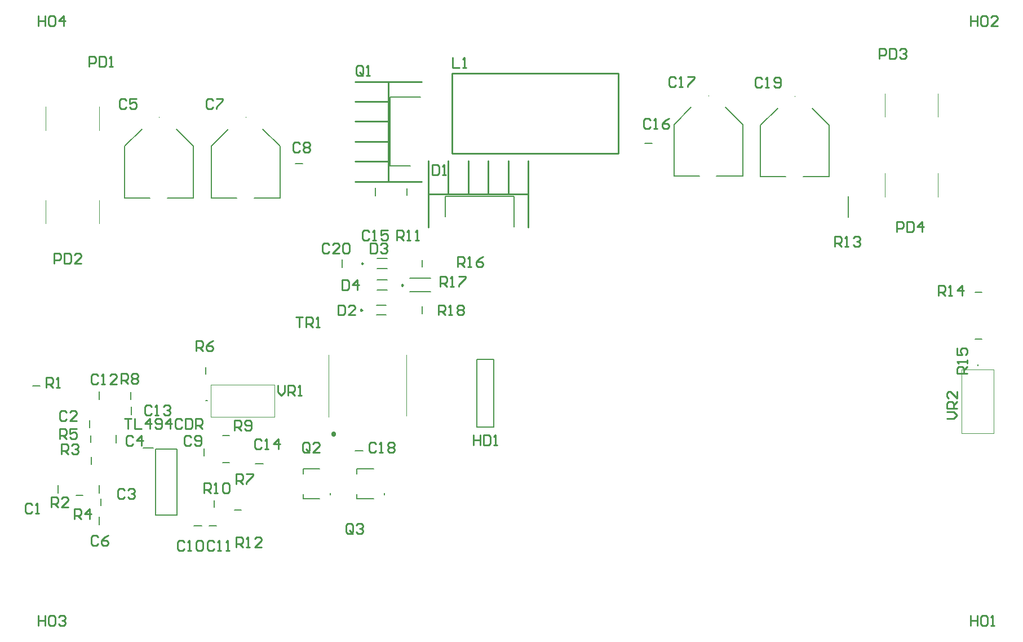
<source format=gto>
G04 Layer_Color=65535*
%FSAX23Y23*%
%MOIN*%
G70*
G01*
G75*
%ADD50C,0.008*%
%ADD51C,0.010*%
%ADD52C,0.028*%
%ADD53C,0.004*%
%ADD54C,0.010*%
G54D50*
X02121Y02655D02*
X02113D01*
X02121D01*
X02850Y02107D02*
Y02099D01*
Y02107D01*
X03168D02*
Y02099D01*
Y02107D01*
X06679Y02861D02*
Y02869D01*
Y02861D01*
X01090Y02743D02*
X01131D01*
X02164Y02024D02*
Y02065D01*
X03716Y02497D02*
X03816D01*
X03716D02*
Y02897D01*
X03816Y02497D02*
Y02897D01*
X03716D02*
X03816D01*
X02212Y02448D02*
X02253D01*
X02212Y02288D02*
X02253D01*
X02104Y02327D02*
Y02372D01*
X02114Y02811D02*
Y02852D01*
X01815Y02367D02*
X01941D01*
Y01977D02*
Y02367D01*
X01815Y01977D02*
X01941D01*
X01815D02*
Y02367D01*
X01741Y02374D02*
X01801D01*
X01671Y02573D02*
Y02618D01*
X02131Y01916D02*
X02176D01*
X02281Y02007D02*
X02322D01*
X02997Y02359D02*
X03042D01*
X02042Y01916D02*
X02088D01*
X02919Y03443D02*
Y03488D01*
X03528Y03741D02*
X03528Y03862D01*
X03937D01*
X03937Y03681D01*
X03126Y03495D02*
X03185D01*
X03126Y03436D02*
X03185D01*
X03126Y03308D02*
X03185D01*
X03126Y03367D02*
X03185D01*
X03121Y03220D02*
X03180D01*
X03121Y03161D02*
X03180D01*
X03392Y03169D02*
Y03211D01*
Y03445D02*
Y03486D01*
X03319Y03377D02*
X03441D01*
X03319Y03298D02*
X03441D01*
X02688Y02251D02*
X02787D01*
X02688Y02222D02*
Y02251D01*
Y02074D02*
Y02103D01*
Y02074D02*
X02787D01*
X03007Y02251D02*
X03105D01*
X03007Y02222D02*
Y02251D01*
Y02074D02*
Y02103D01*
Y02074D02*
X03105D01*
X01583Y02406D02*
Y02451D01*
X01484Y01923D02*
Y01969D01*
X01484Y02110D02*
Y02156D01*
X01494Y02034D02*
Y02075D01*
X01238Y02110D02*
Y02156D01*
X01346Y02094D02*
X01387D01*
X01425Y02494D02*
Y02539D01*
X01435Y02280D02*
Y02321D01*
X01433Y02408D02*
Y02449D01*
X03204Y04449D02*
X03384D01*
X03204Y04041D02*
Y04449D01*
Y04041D02*
X03323D01*
X02146Y03853D02*
Y04158D01*
X02247Y04259D01*
X02450D02*
X02551Y04158D01*
Y03853D02*
Y04158D01*
X02398Y03853D02*
X02551D01*
X02146D02*
X02295D01*
X02146D02*
Y03867D01*
X01634Y03853D02*
Y04158D01*
X01735Y04259D01*
X01938D02*
X02040Y04158D01*
Y03853D02*
Y04158D01*
X01886Y03853D02*
X02040D01*
X01634D02*
X01784D01*
X01634D02*
Y03867D01*
X05394Y03977D02*
Y04282D01*
X05495Y04383D01*
X05698D02*
X05799Y04282D01*
Y03977D02*
Y04282D01*
X05646Y03977D02*
X05799D01*
X05394D02*
X05543D01*
X05394D02*
Y03991D01*
X04882Y03981D02*
Y04286D01*
X04983Y04387D01*
X05186D02*
X05288Y04286D01*
Y03981D02*
Y04286D01*
X05134Y03981D02*
X05288D01*
X04882D02*
X05032D01*
X04882D02*
Y03995D01*
X04708Y04174D02*
X04753D01*
X01484Y02661D02*
Y02707D01*
X01669Y02663D02*
Y02705D01*
X02407Y02281D02*
X02452D01*
X05912Y03739D02*
Y03861D01*
X02641Y04056D02*
X02686D01*
X03303Y03868D02*
Y03910D01*
X03116Y03866D02*
Y03911D01*
X06662Y03295D02*
X06704D01*
X06663Y03019D02*
X06704D01*
G54D51*
X03042Y03466D02*
X03035Y03470D01*
Y03461D01*
X03042Y03466D01*
X03279Y03338D02*
X03271Y03342D01*
Y03333D01*
X03279Y03338D01*
X03038Y03190D02*
X03030Y03194D01*
Y03186D01*
X03038Y03190D01*
G54D52*
X02868Y02456D02*
Y02460D01*
Y02456D01*
G54D53*
X02349Y04332D02*
Y04328D01*
Y04332D01*
X01837D02*
Y04328D01*
Y04332D01*
X05597Y04456D02*
Y04452D01*
Y04456D01*
X05085Y04460D02*
Y04456D01*
Y04460D01*
X02518Y02749D02*
X02518Y02559D01*
X02143Y02749D02*
X02518D01*
X02143D02*
X02143Y02559D01*
X02518D01*
X03299Y02566D02*
Y02926D01*
X02839Y02560D02*
Y02926D01*
X06584Y02463D02*
X06774Y02463D01*
Y02838D01*
X06584Y02838D02*
X06774Y02838D01*
X06584Y02463D02*
Y02838D01*
X01167Y03702D02*
Y03840D01*
X01482Y03702D02*
Y03840D01*
X01167Y04253D02*
Y04391D01*
X01482Y04253D02*
Y04391D01*
X06128Y04332D02*
Y04470D01*
X06443Y04332D02*
Y04470D01*
X06128Y03859D02*
Y03997D01*
X06443Y03859D02*
Y03997D01*
G54D54*
X03429Y03875D02*
X04020D01*
X03429Y03678D02*
Y04072D01*
X04020Y03678D02*
Y04072D01*
X03547Y03875D02*
Y04072D01*
X03666Y03875D02*
Y04072D01*
X03784Y03875D02*
X03784Y04072D01*
X03902Y03875D02*
Y04072D01*
X02996Y04422D02*
X03193D01*
X02996Y04304D02*
X03193Y04304D01*
X02996Y04186D02*
X03193D01*
X02996Y04068D02*
X03193D01*
X02996Y04540D02*
X03390D01*
X02996Y03949D02*
X03390D01*
X03193Y03949D02*
Y04540D01*
X03569Y04588D02*
X04553D01*
X03569Y04115D02*
X04553D01*
X03569D02*
Y04588D01*
X04553Y04115D02*
Y04588D01*
X06497Y02550D02*
X06537D01*
X06557Y02570D01*
X06537Y02590D01*
X06497D01*
X06557Y02610D02*
X06497D01*
Y02640D01*
X06507Y02650D01*
X06527D01*
X06537Y02640D01*
Y02610D01*
Y02630D02*
X06557Y02650D01*
Y02710D02*
Y02670D01*
X06517Y02710D01*
X06507D01*
X06497Y02700D01*
Y02680D01*
X06507Y02670D01*
X02538Y02744D02*
Y02704D01*
X02558Y02684D01*
X02578Y02704D01*
Y02744D01*
X02598Y02684D02*
Y02744D01*
X02628D01*
X02638Y02734D01*
Y02714D01*
X02628Y02704D01*
X02598D01*
X02618D02*
X02638Y02684D01*
X02658D02*
X02678D01*
X02668D01*
Y02744D01*
X02658Y02734D01*
X02646Y03148D02*
X02686D01*
X02666D01*
Y03088D01*
X02706D02*
Y03148D01*
X02736D01*
X02746Y03138D01*
Y03118D01*
X02736Y03108D01*
X02706D01*
X02726D02*
X02746Y03088D01*
X02766D02*
X02786D01*
X02776D01*
Y03148D01*
X02766Y03138D01*
X01632Y02547D02*
X01672D01*
X01652D01*
Y02487D01*
X01692Y02547D02*
Y02487D01*
X01732D01*
X01782D02*
Y02547D01*
X01752Y02517D01*
X01792D01*
X01812Y02497D02*
X01822Y02487D01*
X01842D01*
X01852Y02497D01*
Y02537D01*
X01842Y02547D01*
X01822D01*
X01812Y02537D01*
Y02527D01*
X01822Y02517D01*
X01852D01*
X01902Y02487D02*
Y02547D01*
X01872Y02517D01*
X01912D01*
X01972Y02537D02*
X01962Y02547D01*
X01942D01*
X01932Y02537D01*
Y02497D01*
X01942Y02487D01*
X01962D01*
X01972Y02497D01*
X01992Y02547D02*
Y02487D01*
X02022D01*
X02032Y02497D01*
Y02537D01*
X02022Y02547D01*
X01992D01*
X02052Y02487D02*
Y02547D01*
X02082D01*
X02092Y02537D01*
Y02517D01*
X02082Y02507D01*
X02052D01*
X02072D02*
X02092Y02487D01*
X03490Y03161D02*
Y03220D01*
X03520D01*
X03530Y03210D01*
Y03191D01*
X03520Y03181D01*
X03490D01*
X03510D02*
X03530Y03161D01*
X03550D02*
X03570D01*
X03560D01*
Y03220D01*
X03550Y03210D01*
X03600D02*
X03610Y03220D01*
X03630D01*
X03640Y03210D01*
Y03200D01*
X03630Y03191D01*
X03640Y03181D01*
Y03171D01*
X03630Y03161D01*
X03610D01*
X03600Y03171D01*
Y03181D01*
X03610Y03191D01*
X03600Y03200D01*
Y03210D01*
X03610Y03191D02*
X03630D01*
X03500Y03328D02*
Y03388D01*
X03530D01*
X03540Y03378D01*
Y03358D01*
X03530Y03348D01*
X03500D01*
X03520D02*
X03540Y03328D01*
X03560D02*
X03580D01*
X03570D01*
Y03388D01*
X03560Y03378D01*
X03610Y03388D02*
X03650D01*
Y03378D01*
X03610Y03338D01*
Y03328D01*
X03604Y03446D02*
Y03506D01*
X03634D01*
X03644Y03496D01*
Y03476D01*
X03634Y03466D01*
X03604D01*
X03624D02*
X03644Y03446D01*
X03664D02*
X03684D01*
X03674D01*
Y03506D01*
X03664Y03496D01*
X03754Y03506D02*
X03734Y03496D01*
X03714Y03476D01*
Y03456D01*
X03724Y03446D01*
X03744D01*
X03754Y03456D01*
Y03466D01*
X03744Y03476D01*
X03714D01*
X06616Y02814D02*
X06556D01*
Y02844D01*
X06566Y02854D01*
X06586D01*
X06596Y02844D01*
Y02814D01*
Y02834D02*
X06616Y02854D01*
Y02874D02*
Y02894D01*
Y02884D01*
X06556D01*
X06566Y02874D01*
X06556Y02964D02*
Y02924D01*
X06586D01*
X06576Y02944D01*
Y02954D01*
X06586Y02964D01*
X06606D01*
X06616Y02954D01*
Y02934D01*
X06606Y02924D01*
X06447Y03275D02*
Y03335D01*
X06477D01*
X06487Y03325D01*
Y03305D01*
X06477Y03295D01*
X06447D01*
X06467D02*
X06487Y03275D01*
X06507D02*
X06527D01*
X06517D01*
Y03335D01*
X06507Y03325D01*
X06587Y03275D02*
Y03335D01*
X06557Y03305D01*
X06597D01*
X05831Y03564D02*
Y03624D01*
X05861D01*
X05871Y03614D01*
Y03594D01*
X05861Y03584D01*
X05831D01*
X05851D02*
X05871Y03564D01*
X05891D02*
X05911D01*
X05901D01*
Y03624D01*
X05891Y03614D01*
X05941D02*
X05951Y03624D01*
X05971D01*
X05981Y03614D01*
Y03604D01*
X05971Y03594D01*
X05961D01*
X05971D01*
X05981Y03584D01*
Y03574D01*
X05971Y03564D01*
X05951D01*
X05941Y03574D01*
X02291Y01788D02*
Y01848D01*
X02321D01*
X02331Y01838D01*
Y01818D01*
X02321Y01808D01*
X02291D01*
X02311D02*
X02331Y01788D01*
X02351D02*
X02371D01*
X02361D01*
Y01848D01*
X02351Y01838D01*
X02441Y01788D02*
X02401D01*
X02441Y01828D01*
Y01838D01*
X02431Y01848D01*
X02411D01*
X02401Y01838D01*
X03244Y03603D02*
Y03663D01*
X03274D01*
X03284Y03653D01*
Y03633D01*
X03274Y03623D01*
X03244D01*
X03264D02*
X03284Y03603D01*
X03304D02*
X03324D01*
X03314D01*
Y03663D01*
X03304Y03653D01*
X03354Y03603D02*
X03374D01*
X03364D01*
Y03663D01*
X03354Y03653D01*
X02104Y02107D02*
Y02167D01*
X02134D01*
X02144Y02157D01*
Y02137D01*
X02134Y02127D01*
X02104D01*
X02124D02*
X02144Y02107D01*
X02164D02*
X02184D01*
X02174D01*
Y02167D01*
X02164Y02157D01*
X02214D02*
X02224Y02167D01*
X02244D01*
X02254Y02157D01*
Y02117D01*
X02244Y02107D01*
X02224D01*
X02214Y02117D01*
Y02157D01*
X02282Y02477D02*
Y02537D01*
X02312D01*
X02322Y02527D01*
Y02507D01*
X02312Y02497D01*
X02282D01*
X02302D02*
X02322Y02477D01*
X02342Y02487D02*
X02352Y02477D01*
X02372D01*
X02382Y02487D01*
Y02527D01*
X02372Y02537D01*
X02352D01*
X02342Y02527D01*
Y02517D01*
X02352Y02507D01*
X02382D01*
X01611Y02755D02*
Y02815D01*
X01641D01*
X01651Y02805D01*
Y02785D01*
X01641Y02775D01*
X01611D01*
X01631D02*
X01651Y02755D01*
X01671Y02805D02*
X01681Y02815D01*
X01701D01*
X01711Y02805D01*
Y02795D01*
X01701Y02785D01*
X01711Y02775D01*
Y02765D01*
X01701Y02755D01*
X01681D01*
X01671Y02765D01*
Y02775D01*
X01681Y02785D01*
X01671Y02795D01*
Y02805D01*
X01681Y02785D02*
X01701D01*
X02291Y02162D02*
Y02222D01*
X02321D01*
X02331Y02212D01*
Y02192D01*
X02321Y02182D01*
X02291D01*
X02311D02*
X02331Y02162D01*
X02351Y02222D02*
X02391D01*
Y02212D01*
X02351Y02172D01*
Y02162D01*
X02055Y02950D02*
Y03010D01*
X02085D01*
X02095Y03000D01*
Y02980D01*
X02085Y02970D01*
X02055D01*
X02075D02*
X02095Y02950D01*
X02155Y03010D02*
X02135Y03000D01*
X02115Y02980D01*
Y02960D01*
X02125Y02950D01*
X02145D01*
X02155Y02960D01*
Y02970D01*
X02145Y02980D01*
X02115D01*
X01248Y02428D02*
Y02488D01*
X01278D01*
X01288Y02478D01*
Y02458D01*
X01278Y02448D01*
X01248D01*
X01268D02*
X01288Y02428D01*
X01348Y02488D02*
X01308D01*
Y02458D01*
X01328Y02468D01*
X01338D01*
X01348Y02458D01*
Y02438D01*
X01338Y02428D01*
X01318D01*
X01308Y02438D01*
X01337Y01956D02*
Y02016D01*
X01367D01*
X01377Y02006D01*
Y01986D01*
X01367Y01976D01*
X01337D01*
X01357D02*
X01377Y01956D01*
X01427D02*
Y02016D01*
X01397Y01986D01*
X01437D01*
X01258Y02340D02*
Y02400D01*
X01288D01*
X01298Y02390D01*
Y02370D01*
X01288Y02360D01*
X01258D01*
X01278D02*
X01298Y02340D01*
X01318Y02390D02*
X01328Y02400D01*
X01348D01*
X01358Y02390D01*
Y02380D01*
X01348Y02370D01*
X01338D01*
X01348D01*
X01358Y02360D01*
Y02350D01*
X01348Y02340D01*
X01328D01*
X01318Y02350D01*
X01199Y02025D02*
Y02085D01*
X01229D01*
X01239Y02075D01*
Y02055D01*
X01229Y02045D01*
X01199D01*
X01219D02*
X01239Y02025D01*
X01299D02*
X01259D01*
X01299Y02065D01*
Y02075D01*
X01289Y02085D01*
X01269D01*
X01259Y02075D01*
X01169Y02733D02*
Y02793D01*
X01199D01*
X01209Y02783D01*
Y02763D01*
X01199Y02753D01*
X01169D01*
X01189D02*
X01209Y02733D01*
X01229D02*
X01249D01*
X01239D01*
Y02793D01*
X01229Y02783D01*
X02981Y01877D02*
Y01917D01*
X02971Y01927D01*
X02951D01*
X02941Y01917D01*
Y01877D01*
X02951Y01867D01*
X02971D01*
X02961Y01887D02*
X02981Y01867D01*
X02971D02*
X02981Y01877D01*
X03001Y01917D02*
X03011Y01927D01*
X03031D01*
X03041Y01917D01*
Y01907D01*
X03031Y01897D01*
X03021D01*
X03031D01*
X03041Y01887D01*
Y01877D01*
X03031Y01867D01*
X03011D01*
X03001Y01877D01*
X02725Y02359D02*
Y02399D01*
X02715Y02409D01*
X02695D01*
X02685Y02399D01*
Y02359D01*
X02695Y02349D01*
X02715D01*
X02705Y02369D02*
X02725Y02349D01*
X02715D02*
X02725Y02359D01*
X02785Y02349D02*
X02745D01*
X02785Y02389D01*
Y02399D01*
X02775Y02409D01*
X02755D01*
X02745Y02399D01*
X03041Y04585D02*
Y04625D01*
X03031Y04635D01*
X03011D01*
X03001Y04625D01*
Y04585D01*
X03011Y04575D01*
X03031D01*
X03021Y04595D02*
X03041Y04575D01*
X03031D02*
X03041Y04585D01*
X03061Y04575D02*
X03081D01*
X03071D01*
Y04635D01*
X03061Y04625D01*
X06199Y03651D02*
Y03711D01*
X06229D01*
X06239Y03701D01*
Y03681D01*
X06229Y03671D01*
X06199D01*
X06259Y03711D02*
Y03651D01*
X06289D01*
X06299Y03661D01*
Y03701D01*
X06289Y03711D01*
X06259D01*
X06349Y03651D02*
Y03711D01*
X06319Y03681D01*
X06359D01*
X06097Y04676D02*
Y04736D01*
X06127D01*
X06137Y04726D01*
Y04706D01*
X06127Y04696D01*
X06097D01*
X06157Y04736D02*
Y04676D01*
X06187D01*
X06197Y04686D01*
Y04726D01*
X06187Y04736D01*
X06157D01*
X06217Y04726D02*
X06227Y04736D01*
X06247D01*
X06257Y04726D01*
Y04716D01*
X06247Y04706D01*
X06237D01*
X06247D01*
X06257Y04696D01*
Y04686D01*
X06247Y04676D01*
X06227D01*
X06217Y04686D01*
X03574Y04683D02*
Y04623D01*
X03614D01*
X03634D02*
X03654D01*
X03644D01*
Y04683D01*
X03634Y04673D01*
X01124Y04928D02*
Y04868D01*
Y04898D01*
X01164D01*
Y04928D01*
Y04868D01*
X01214Y04928D02*
X01194D01*
X01184Y04918D01*
Y04878D01*
X01194Y04868D01*
X01214D01*
X01224Y04878D01*
Y04918D01*
X01214Y04928D01*
X01274Y04868D02*
Y04928D01*
X01244Y04898D01*
X01284D01*
X01124Y01384D02*
Y01324D01*
Y01354D01*
X01164D01*
Y01384D01*
Y01324D01*
X01214Y01384D02*
X01194D01*
X01184Y01374D01*
Y01334D01*
X01194Y01324D01*
X01214D01*
X01224Y01334D01*
Y01374D01*
X01214Y01384D01*
X01244Y01374D02*
X01254Y01384D01*
X01274D01*
X01284Y01374D01*
Y01364D01*
X01274Y01354D01*
X01264D01*
X01274D01*
X01284Y01344D01*
Y01334D01*
X01274Y01324D01*
X01254D01*
X01244Y01334D01*
X06636Y04928D02*
Y04868D01*
Y04898D01*
X06676D01*
Y04928D01*
Y04868D01*
X06726Y04928D02*
X06706D01*
X06696Y04918D01*
Y04878D01*
X06706Y04868D01*
X06726D01*
X06736Y04878D01*
Y04918D01*
X06726Y04928D01*
X06796Y04868D02*
X06756D01*
X06796Y04908D01*
Y04918D01*
X06786Y04928D01*
X06766D01*
X06756Y04918D01*
X06636Y01384D02*
Y01324D01*
Y01354D01*
X06676D01*
Y01384D01*
Y01324D01*
X06726Y01384D02*
X06706D01*
X06696Y01374D01*
Y01334D01*
X06706Y01324D01*
X06726D01*
X06736Y01334D01*
Y01374D01*
X06726Y01384D01*
X06756Y01324D02*
X06776D01*
X06766D01*
Y01384D01*
X06756Y01374D01*
X03697Y02451D02*
Y02391D01*
Y02421D01*
X03737D01*
Y02451D01*
Y02391D01*
X03757Y02451D02*
Y02391D01*
X03787D01*
X03797Y02401D01*
Y02441D01*
X03787Y02451D01*
X03757D01*
X03817Y02391D02*
X03837D01*
X03827D01*
Y02451D01*
X03817Y02441D01*
X02919Y03368D02*
Y03308D01*
X02949D01*
X02959Y03318D01*
Y03358D01*
X02949Y03368D01*
X02919D01*
X03009Y03308D02*
Y03368D01*
X02979Y03338D01*
X03019D01*
X03087Y03585D02*
Y03525D01*
X03117D01*
X03127Y03535D01*
Y03575D01*
X03117Y03585D01*
X03087D01*
X03147Y03575D02*
X03157Y03585D01*
X03177D01*
X03187Y03575D01*
Y03565D01*
X03177Y03555D01*
X03167D01*
X03177D01*
X03187Y03545D01*
Y03535D01*
X03177Y03525D01*
X03157D01*
X03147Y03535D01*
X02895Y03220D02*
Y03161D01*
X02925D01*
X02935Y03171D01*
Y03210D01*
X02925Y03220D01*
X02895D01*
X02995Y03161D02*
X02955D01*
X02995Y03200D01*
Y03210D01*
X02985Y03220D01*
X02965D01*
X02955Y03210D01*
X03451Y04047D02*
Y03987D01*
X03481D01*
X03491Y03997D01*
Y04037D01*
X03481Y04047D01*
X03451D01*
X03511Y03987D02*
X03531D01*
X03521D01*
Y04047D01*
X03511Y04037D01*
X02841Y03575D02*
X02831Y03585D01*
X02811D01*
X02801Y03575D01*
Y03535D01*
X02811Y03525D01*
X02831D01*
X02841Y03535D01*
X02901Y03525D02*
X02861D01*
X02901Y03565D01*
Y03575D01*
X02891Y03585D01*
X02871D01*
X02861Y03575D01*
X02921D02*
X02931Y03585D01*
X02951D01*
X02961Y03575D01*
Y03535D01*
X02951Y03525D01*
X02931D01*
X02921Y03535D01*
Y03575D01*
X05403Y04554D02*
X05393Y04564D01*
X05373D01*
X05363Y04554D01*
Y04514D01*
X05373Y04504D01*
X05393D01*
X05403Y04514D01*
X05423Y04504D02*
X05443D01*
X05433D01*
Y04564D01*
X05423Y04554D01*
X05473Y04514D02*
X05483Y04504D01*
X05503D01*
X05513Y04514D01*
Y04554D01*
X05503Y04564D01*
X05483D01*
X05473Y04554D01*
Y04544D01*
X05483Y04534D01*
X05513D01*
X03119Y02399D02*
X03109Y02409D01*
X03089D01*
X03079Y02399D01*
Y02359D01*
X03089Y02349D01*
X03109D01*
X03119Y02359D01*
X03139Y02349D02*
X03159D01*
X03149D01*
Y02409D01*
X03139Y02399D01*
X03189D02*
X03199Y02409D01*
X03219D01*
X03229Y02399D01*
Y02389D01*
X03219Y02379D01*
X03229Y02369D01*
Y02359D01*
X03219Y02349D01*
X03199D01*
X03189Y02359D01*
Y02369D01*
X03199Y02379D01*
X03189Y02389D01*
Y02399D01*
X03199Y02379D02*
X03219D01*
X04891Y04558D02*
X04881Y04568D01*
X04861D01*
X04851Y04558D01*
Y04518D01*
X04861Y04508D01*
X04881D01*
X04891Y04518D01*
X04911Y04508D02*
X04931D01*
X04921D01*
Y04568D01*
X04911Y04558D01*
X04961Y04568D02*
X05001D01*
Y04558D01*
X04961Y04518D01*
Y04508D01*
X04744Y04313D02*
X04734Y04323D01*
X04714D01*
X04704Y04313D01*
Y04273D01*
X04714Y04263D01*
X04734D01*
X04744Y04273D01*
X04764Y04263D02*
X04784D01*
X04774D01*
Y04323D01*
X04764Y04313D01*
X04854Y04323D02*
X04834Y04313D01*
X04814Y04293D01*
Y04273D01*
X04824Y04263D01*
X04844D01*
X04854Y04273D01*
Y04283D01*
X04844Y04293D01*
X04814D01*
X03078Y03653D02*
X03068Y03663D01*
X03048D01*
X03038Y03653D01*
Y03613D01*
X03048Y03603D01*
X03068D01*
X03078Y03613D01*
X03098Y03603D02*
X03118D01*
X03108D01*
Y03663D01*
X03098Y03653D01*
X03188Y03663D02*
X03148D01*
Y03633D01*
X03168Y03643D01*
X03178D01*
X03188Y03633D01*
Y03613D01*
X03178Y03603D01*
X03158D01*
X03148Y03613D01*
X02443Y02419D02*
X02433Y02429D01*
X02413D01*
X02403Y02419D01*
Y02379D01*
X02413Y02369D01*
X02433D01*
X02443Y02379D01*
X02463Y02369D02*
X02483D01*
X02473D01*
Y02429D01*
X02463Y02419D01*
X02543Y02369D02*
Y02429D01*
X02513Y02399D01*
X02553D01*
X01794Y02618D02*
X01784Y02628D01*
X01764D01*
X01754Y02618D01*
Y02578D01*
X01764Y02568D01*
X01784D01*
X01794Y02578D01*
X01814Y02568D02*
X01834D01*
X01824D01*
Y02628D01*
X01814Y02618D01*
X01864D02*
X01874Y02628D01*
X01894D01*
X01904Y02618D01*
Y02608D01*
X01894Y02598D01*
X01884D01*
X01894D01*
X01904Y02588D01*
Y02578D01*
X01894Y02568D01*
X01874D01*
X01864Y02578D01*
X01476Y02801D02*
X01466Y02811D01*
X01446D01*
X01436Y02801D01*
Y02761D01*
X01446Y02751D01*
X01466D01*
X01476Y02761D01*
X01496Y02751D02*
X01516D01*
X01506D01*
Y02811D01*
X01496Y02801D01*
X01586Y02751D02*
X01546D01*
X01586Y02791D01*
Y02801D01*
X01576Y02811D01*
X01556D01*
X01546Y02801D01*
X02164Y01819D02*
X02154Y01829D01*
X02134D01*
X02124Y01819D01*
Y01779D01*
X02134Y01769D01*
X02154D01*
X02164Y01779D01*
X02184Y01769D02*
X02204D01*
X02194D01*
Y01829D01*
X02184Y01819D01*
X02234Y01769D02*
X02254D01*
X02244D01*
Y01829D01*
X02234Y01819D01*
X01987D02*
X01977Y01829D01*
X01957D01*
X01947Y01819D01*
Y01779D01*
X01957Y01769D01*
X01977D01*
X01987Y01779D01*
X02007Y01769D02*
X02027D01*
X02017D01*
Y01829D01*
X02007Y01819D01*
X02057D02*
X02067Y01829D01*
X02087D01*
X02097Y01819D01*
Y01779D01*
X02087Y01769D01*
X02067D01*
X02057Y01779D01*
Y01819D01*
X02026Y02439D02*
X02016Y02449D01*
X01996D01*
X01986Y02439D01*
Y02399D01*
X01996Y02389D01*
X02016D01*
X02026Y02399D01*
X02046D02*
X02056Y02389D01*
X02076D01*
X02086Y02399D01*
Y02439D01*
X02076Y02449D01*
X02056D01*
X02046Y02439D01*
Y02429D01*
X02056Y02419D01*
X02086D01*
X02668Y04173D02*
X02658Y04183D01*
X02638D01*
X02628Y04173D01*
Y04133D01*
X02638Y04123D01*
X02658D01*
X02668Y04133D01*
X02688Y04173D02*
X02698Y04183D01*
X02718D01*
X02728Y04173D01*
Y04163D01*
X02718Y04153D01*
X02728Y04143D01*
Y04133D01*
X02718Y04123D01*
X02698D01*
X02688Y04133D01*
Y04143D01*
X02698Y04153D01*
X02688Y04163D01*
Y04173D01*
X02698Y04153D02*
X02718D01*
X02155Y04430D02*
X02145Y04440D01*
X02125D01*
X02115Y04430D01*
Y04390D01*
X02125Y04380D01*
X02145D01*
X02155Y04390D01*
X02175Y04440D02*
X02214D01*
Y04430D01*
X02175Y04390D01*
Y04380D01*
X01475Y01848D02*
X01465Y01858D01*
X01445D01*
X01435Y01848D01*
Y01808D01*
X01445Y01798D01*
X01465D01*
X01475Y01808D01*
X01535Y01858D02*
X01515Y01848D01*
X01495Y01828D01*
Y01808D01*
X01505Y01798D01*
X01525D01*
X01535Y01808D01*
Y01818D01*
X01525Y01828D01*
X01495D01*
X01643Y04430D02*
X01633Y04440D01*
X01613D01*
X01603Y04430D01*
Y04390D01*
X01613Y04380D01*
X01633D01*
X01643Y04390D01*
X01703Y04440D02*
X01663D01*
Y04410D01*
X01683Y04420D01*
X01693D01*
X01703Y04410D01*
Y04390D01*
X01693Y04380D01*
X01673D01*
X01663Y04390D01*
X01682Y02439D02*
X01672Y02449D01*
X01652D01*
X01642Y02439D01*
Y02399D01*
X01652Y02389D01*
X01672D01*
X01682Y02399D01*
X01732Y02389D02*
Y02449D01*
X01702Y02419D01*
X01742D01*
X01633Y02124D02*
X01623Y02134D01*
X01603D01*
X01593Y02124D01*
Y02084D01*
X01603Y02074D01*
X01623D01*
X01633Y02084D01*
X01653Y02124D02*
X01663Y02134D01*
X01683D01*
X01693Y02124D01*
Y02114D01*
X01683Y02104D01*
X01673D01*
X01683D01*
X01693Y02094D01*
Y02084D01*
X01683Y02074D01*
X01663D01*
X01653Y02084D01*
X01288Y02586D02*
X01278Y02596D01*
X01258D01*
X01248Y02586D01*
Y02546D01*
X01258Y02536D01*
X01278D01*
X01288Y02546D01*
X01348Y02536D02*
X01308D01*
X01348Y02576D01*
Y02586D01*
X01338Y02596D01*
X01318D01*
X01308Y02586D01*
X01085Y02039D02*
X01075Y02049D01*
X01055D01*
X01045Y02039D01*
Y01999D01*
X01055Y01989D01*
X01075D01*
X01085Y01999D01*
X01105Y01989D02*
X01125D01*
X01115D01*
Y02049D01*
X01105Y02039D01*
X01215Y03466D02*
Y03526D01*
X01245D01*
X01255Y03516D01*
Y03496D01*
X01245Y03486D01*
X01215D01*
X01275Y03526D02*
Y03466D01*
X01305D01*
X01315Y03476D01*
Y03516D01*
X01305Y03526D01*
X01275D01*
X01375Y03466D02*
X01335D01*
X01375Y03506D01*
Y03516D01*
X01365Y03526D01*
X01345D01*
X01335Y03516D01*
X01423Y04627D02*
Y04687D01*
X01453D01*
X01463Y04677D01*
Y04657D01*
X01453Y04647D01*
X01423D01*
X01483Y04687D02*
Y04627D01*
X01513D01*
X01523Y04637D01*
Y04677D01*
X01513Y04687D01*
X01483D01*
X01543Y04627D02*
X01563D01*
X01553D01*
Y04687D01*
X01543Y04677D01*
M02*

</source>
